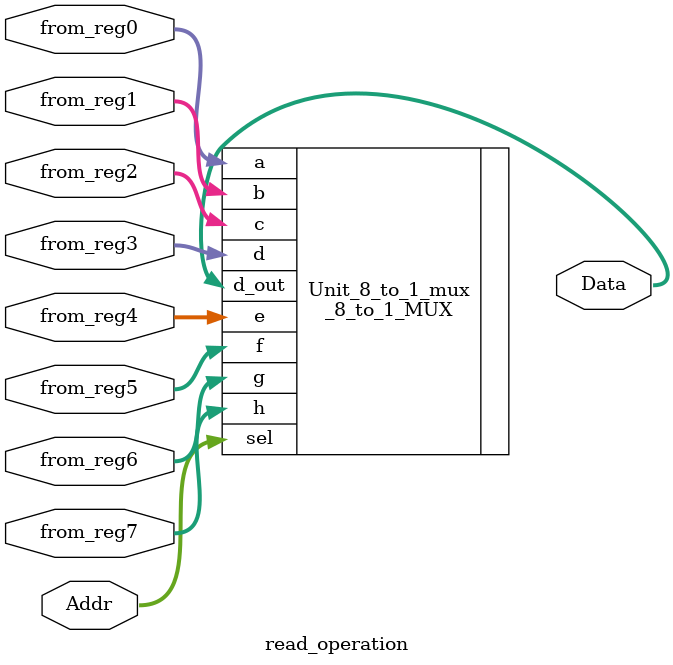
<source format=v>
module read_operation(Addr, Data, from_reg0, from_reg1, from_reg2, from_reg3, from_reg4, from_reg5, from_reg6, from_reg7);
	input [31:0] from_reg0, from_reg1, from_reg2, from_reg3, from_reg4, from_reg5, from_reg6, from_reg7;
	input [2:0] Addr;
	output [31:0] Data;
	
	// instance 8 to 1 mux
	_8_to_1_MUX Unit_8_to_1_mux(.a(from_reg0), .b(from_reg1), .c(from_reg2), .d(from_reg3), .e(from_reg4), .f(from_reg5), .g(from_reg6), .h(from_reg7), .sel(Addr), .d_out(Data));
	
endmodule

</source>
